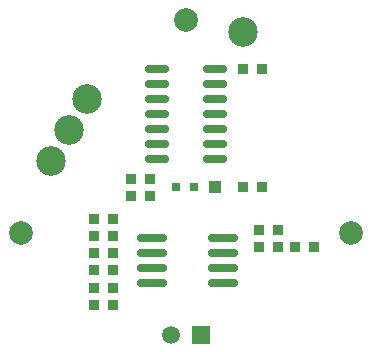
<source format=gbr>
G04*
G04 #@! TF.GenerationSoftware,Altium Limited,Altium Designer,23.10.1 (27)*
G04*
G04 Layer_Color=255*
%FSLAX44Y44*%
%MOMM*%
G71*
G04*
G04 #@! TF.SameCoordinates,F1356F94-EBF5-402A-8C13-2620F03D8000*
G04*
G04*
G04 #@! TF.FilePolarity,Positive*
G04*
G01*
G75*
%ADD12R,0.9500X0.9500*%
G04:AMPARAMS|DCode=13|XSize=2.5mm|YSize=0.65mm|CornerRadius=0.1625mm|HoleSize=0mm|Usage=FLASHONLY|Rotation=0.000|XOffset=0mm|YOffset=0mm|HoleType=Round|Shape=RoundedRectangle|*
%AMROUNDEDRECTD13*
21,1,2.5000,0.3250,0,0,0.0*
21,1,2.1750,0.6500,0,0,0.0*
1,1,0.3250,1.0875,-0.1625*
1,1,0.3250,-1.0875,-0.1625*
1,1,0.3250,-1.0875,0.1625*
1,1,0.3250,1.0875,0.1625*
%
%ADD13ROUNDEDRECTD13*%
G04:AMPARAMS|DCode=14|XSize=1.97mm|YSize=0.6mm|CornerRadius=0.15mm|HoleSize=0mm|Usage=FLASHONLY|Rotation=180.000|XOffset=0mm|YOffset=0mm|HoleType=Round|Shape=RoundedRectangle|*
%AMROUNDEDRECTD14*
21,1,1.9700,0.3000,0,0,180.0*
21,1,1.6700,0.6000,0,0,180.0*
1,1,0.3000,-0.8350,0.1500*
1,1,0.3000,0.8350,0.1500*
1,1,0.3000,0.8350,-0.1500*
1,1,0.3000,-0.8350,-0.1500*
%
%ADD14ROUNDEDRECTD14*%
%ADD15R,0.8000X0.8000*%
%ADD21C,2.5000*%
%ADD24C,2.0000*%
%ADD25R,1.0000X1.0000*%
%ADD35R,1.5000X1.5000*%
%ADD36C,1.5000*%
D12*
X-30564Y-169103D02*
D03*
X-46564D02*
D03*
X-46532Y-155009D02*
D03*
X-30531D02*
D03*
X48388Y-161459D02*
D03*
X64388D02*
D03*
X-61693Y-203179D02*
D03*
X-77693D02*
D03*
X92632Y-212473D02*
D03*
X108631D02*
D03*
X77888Y-212191D02*
D03*
X61888D02*
D03*
X77887Y-197613D02*
D03*
X61887D02*
D03*
X-61693Y-188731D02*
D03*
X-77693D02*
D03*
X-77568Y-217572D02*
D03*
X-61568D02*
D03*
X64388Y-61580D02*
D03*
X48388D02*
D03*
X-61693Y-232076D02*
D03*
X-77693D02*
D03*
X-61693Y-246524D02*
D03*
X-77693D02*
D03*
X-61693Y-260973D02*
D03*
X-77693D02*
D03*
D13*
X30971Y-204563D02*
D03*
Y-217263D02*
D03*
Y-229963D02*
D03*
Y-242663D02*
D03*
X-29029D02*
D03*
Y-229963D02*
D03*
Y-217263D02*
D03*
Y-204563D02*
D03*
D14*
X-24750Y-138100D02*
D03*
Y-125400D02*
D03*
Y-112700D02*
D03*
Y-100000D02*
D03*
Y-87300D02*
D03*
Y-74600D02*
D03*
Y-61900D02*
D03*
X24750D02*
D03*
Y-74600D02*
D03*
Y-87300D02*
D03*
Y-100000D02*
D03*
Y-112700D02*
D03*
Y-125400D02*
D03*
Y-138100D02*
D03*
D15*
X6426Y-161230D02*
D03*
X-8574D02*
D03*
D21*
X-84128Y-87199D02*
D03*
X-99128Y-113180D02*
D03*
X-114128Y-139160D02*
D03*
X48068Y-30525D02*
D03*
D24*
X140000Y-200000D02*
D03*
X50Y-20000D02*
D03*
X-140000Y-200000D02*
D03*
D25*
X24750Y-161459D02*
D03*
D35*
X12700Y-286480D02*
D03*
D36*
X-12700D02*
D03*
M02*

</source>
